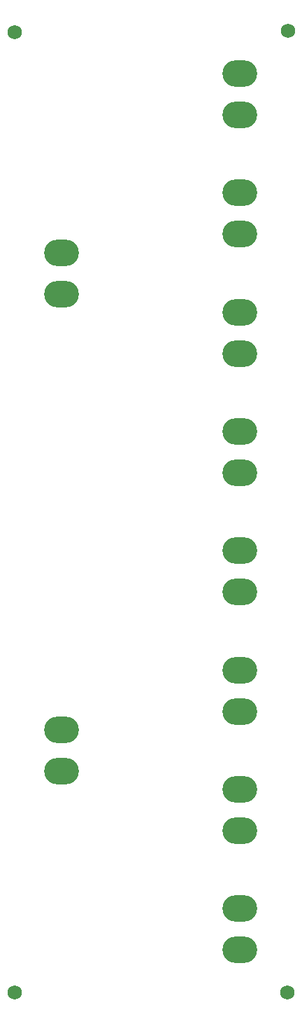
<source format=gts>
G04*
G04 #@! TF.GenerationSoftware,Altium Limited,CircuitMaker,2.0.3 (51)*
G04*
G04 Layer_Color=20142*
%FSAX24Y24*%
%MOIN*%
G70*
G04*
G04 #@! TF.SameCoordinates,AC49E966-F875-4E81-9CB4-5C45FD5EEA16*
G04*
G04*
G04 #@! TF.FilePolarity,Negative*
G04*
G01*
G75*
%ADD14O,0.1655X0.1261*%
%ADD15C,0.0680*%
D14*
X048350Y022351D02*
D03*
Y024320D02*
D03*
X039850Y015784D02*
D03*
Y013816D02*
D03*
Y038484D02*
D03*
Y036516D02*
D03*
X048350Y045066D02*
D03*
Y047034D02*
D03*
Y039387D02*
D03*
Y041356D02*
D03*
Y033709D02*
D03*
Y035677D02*
D03*
Y028030D02*
D03*
Y029999D02*
D03*
Y005316D02*
D03*
Y007284D02*
D03*
Y010994D02*
D03*
Y012963D02*
D03*
Y016673D02*
D03*
Y018641D02*
D03*
D15*
X037600Y003300D02*
D03*
X050600D02*
D03*
X050650Y049050D02*
D03*
X037600Y049000D02*
D03*
M02*

</source>
